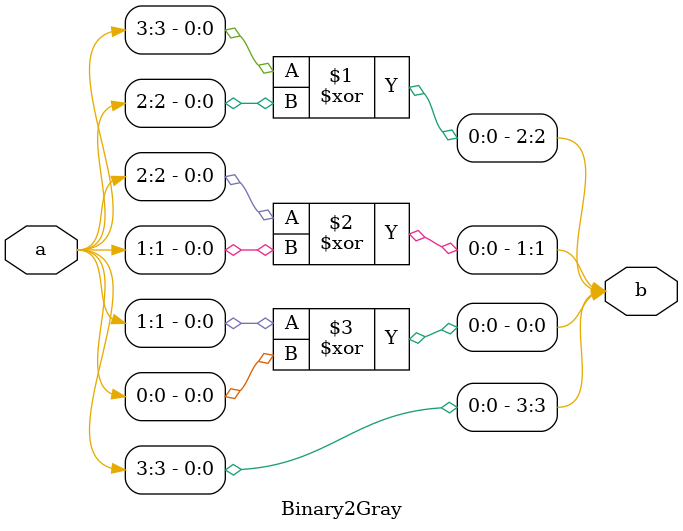
<source format=v>
module Binary2Gray(a,b);
input [3:0]a;
output [3:0]b;
assign b[3]=a[3];
assign b[2]=a[3]^a[2];
assign b[1]=a[2]^a[1];
assign b[0]=a[1]^a[0];
endmodule


</source>
